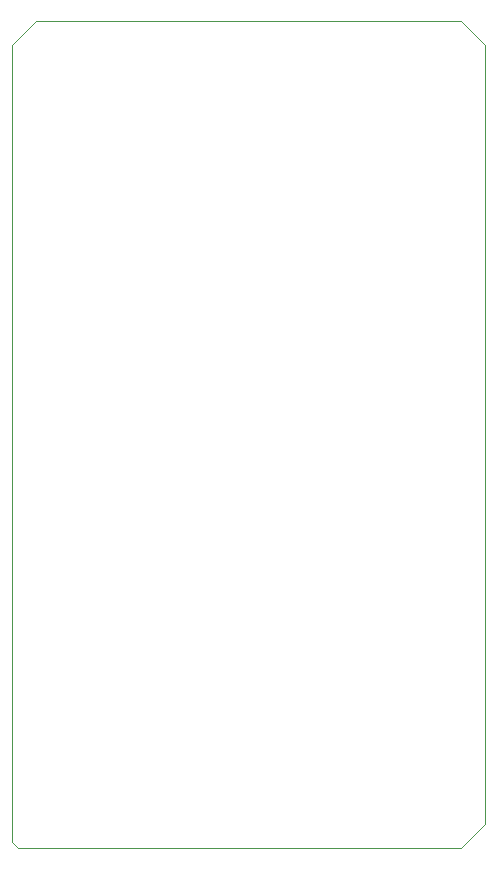
<source format=gbr>
G04 (created by PCBNEW (2013-dec-23)-stable) date Tue 01 Jul 2014 06:11:27 EEST*
%MOIN*%
G04 Gerber Fmt 3.4, Leading zero omitted, Abs format*
%FSLAX34Y34*%
G01*
G70*
G90*
G04 APERTURE LIST*
%ADD10C,0.00590551*%
%ADD11C,0.00393701*%
G04 APERTURE END LIST*
G54D10*
G54D11*
X7874Y-35236D02*
X8070Y-35433D01*
X23622Y-34645D02*
X22834Y-35433D01*
X22834Y-7874D02*
X23622Y-8661D01*
X8661Y-7874D02*
X7874Y-8661D01*
X22834Y-35433D02*
X8070Y-35433D01*
X8661Y-7874D02*
X22834Y-7874D01*
X7874Y-35236D02*
X7874Y-8661D01*
X23622Y-8661D02*
X23622Y-34645D01*
M02*

</source>
